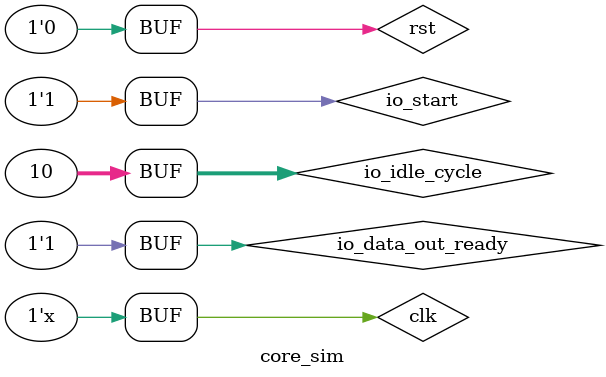
<source format=v>
`timescale 1ns / 1ps

module core_sim;
    reg clk, rst;
    wire io_start,io_data_out_ready,io_data_out_valid,io_data_out_bits_last;
    wire [31:0]  io_idle_cycle;
    wire [511:0] io_data_out_bits_data;
    wire [63:0]  io_data_out_bits_keep;

    PkgGen generator( 
        .clock(clk),
        .reset(rst),
        .io_start(io_start),
        .io_idle_cycle(io_idle_cycle),
        .io_data_out_ready(io_data_out_ready),
        .io_data_out_valid(io_data_out_valid),
        .io_data_out_bits_last(io_data_out_bits_last),
        .io_data_out_bits_data(io_data_out_bits_data),
        .io_data_out_bits_keep(io_data_out_bits_keep)
    );

    initial begin
        clk = 0;
        rst = 1;
        #2 rst = 0;
    end
    always #1 clk = ~clk;

   assign io_start = 1'b1;
   assign io_idle_cycle = 32'd10;
   assign io_data_out_ready = 1'b1;




endmodule
</source>
